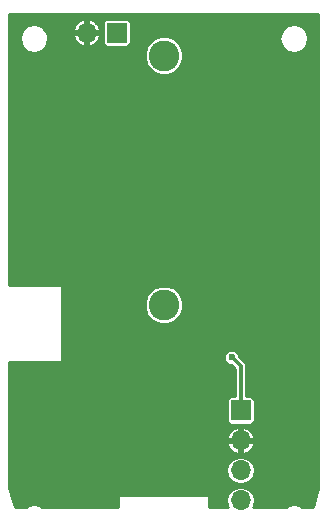
<source format=gbl>
G04 #@! TF.FileFunction,Copper,L2,Bot,Signal*
%FSLAX46Y46*%
G04 Gerber Fmt 4.6, Leading zero omitted, Abs format (unit mm)*
G04 Created by KiCad (PCBNEW 4.0.7) date Wed Nov 28 02:00:18 2018*
%MOMM*%
%LPD*%
G01*
G04 APERTURE LIST*
%ADD10C,0.100000*%
%ADD11C,2.600000*%
%ADD12R,1.700000X1.700000*%
%ADD13O,1.700000X1.700000*%
%ADD14C,0.600000*%
%ADD15C,0.500000*%
%ADD16C,0.300000*%
%ADD17C,0.220000*%
G04 APERTURE END LIST*
D10*
D11*
X111000000Y-81450000D03*
X111000000Y-102550000D03*
D12*
X107000000Y-79500000D03*
D13*
X104460000Y-79500000D03*
D12*
X117500000Y-111500000D03*
D13*
X117500000Y-114040000D03*
X117500000Y-116580000D03*
X117500000Y-119120000D03*
D14*
X105000000Y-105250000D03*
X104250000Y-105250000D03*
X105750000Y-105250000D03*
X100250000Y-116750000D03*
X112500000Y-118250000D03*
X116000000Y-119500000D03*
X105750000Y-119250000D03*
X112500000Y-111250000D03*
X112500000Y-110250000D03*
X114500000Y-108000000D03*
X123000000Y-94000000D03*
X122000000Y-94000000D03*
X121000000Y-94000000D03*
X120000000Y-94000000D03*
X120000000Y-93000000D03*
X121000000Y-93000000D03*
X122000000Y-93000000D03*
X123000000Y-93000000D03*
X123000000Y-92000000D03*
X122000000Y-92000000D03*
X121000000Y-92000000D03*
X120000000Y-92000000D03*
X103000000Y-105000000D03*
X102000000Y-100000000D03*
X119750000Y-104000000D03*
X123250000Y-108500000D03*
X123750000Y-112250000D03*
X123750000Y-116750000D03*
X116750000Y-107000000D03*
D15*
X105750000Y-119250000D02*
X104750000Y-119250000D01*
X122000000Y-94000000D02*
X123000000Y-94000000D01*
X120000000Y-94000000D02*
X121000000Y-94000000D01*
X121000000Y-93000000D02*
X120000000Y-93000000D01*
X123000000Y-93000000D02*
X122000000Y-93000000D01*
X122000000Y-92000000D02*
X123000000Y-92000000D01*
X120000000Y-92000000D02*
X121000000Y-92000000D01*
D16*
X117500000Y-111500000D02*
X117500000Y-107750000D01*
X117500000Y-107750000D02*
X116750000Y-107000000D01*
D17*
G36*
X124095000Y-118041073D02*
X123619643Y-119640000D01*
X122690526Y-119640000D01*
X122461134Y-119486725D01*
X122000000Y-119395000D01*
X121538866Y-119486725D01*
X121309474Y-119640000D01*
X118567570Y-119640000D01*
X118613296Y-119571566D01*
X118703118Y-119120000D01*
X118613296Y-118668434D01*
X118357504Y-118285614D01*
X117974684Y-118029822D01*
X117523118Y-117940000D01*
X117476882Y-117940000D01*
X117025316Y-118029822D01*
X116642496Y-118285614D01*
X116386704Y-118668434D01*
X116296882Y-119120000D01*
X116386704Y-119571566D01*
X116432430Y-119640000D01*
X114860000Y-119640000D01*
X114860000Y-118750000D01*
X114852477Y-118710020D01*
X114828849Y-118673300D01*
X114792796Y-118648666D01*
X114750000Y-118640000D01*
X107250000Y-118640000D01*
X107210020Y-118647523D01*
X107173300Y-118671151D01*
X107148666Y-118707204D01*
X107140000Y-118750000D01*
X107140000Y-119640000D01*
X100690526Y-119640000D01*
X100461134Y-119486725D01*
X100000000Y-119395000D01*
X99538866Y-119486725D01*
X99309474Y-119640000D01*
X98380357Y-119640000D01*
X97905000Y-118041073D01*
X97905000Y-116580000D01*
X116296882Y-116580000D01*
X116386704Y-117031566D01*
X116642496Y-117414386D01*
X117025316Y-117670178D01*
X117476882Y-117760000D01*
X117523118Y-117760000D01*
X117974684Y-117670178D01*
X118357504Y-117414386D01*
X118613296Y-117031566D01*
X118703118Y-116580000D01*
X118613296Y-116128434D01*
X118357504Y-115745614D01*
X117974684Y-115489822D01*
X117523118Y-115400000D01*
X117476882Y-115400000D01*
X117025316Y-115489822D01*
X116642496Y-115745614D01*
X116386704Y-116128434D01*
X116296882Y-116580000D01*
X97905000Y-116580000D01*
X97905000Y-114366921D01*
X116330847Y-114366921D01*
X116442105Y-114635556D01*
X116750542Y-114995061D01*
X117173077Y-115209166D01*
X117360000Y-115154914D01*
X117360000Y-114180000D01*
X117640000Y-114180000D01*
X117640000Y-115154914D01*
X117826923Y-115209166D01*
X118249458Y-114995061D01*
X118557895Y-114635556D01*
X118669153Y-114366921D01*
X118614239Y-114180000D01*
X117640000Y-114180000D01*
X117360000Y-114180000D01*
X116385761Y-114180000D01*
X116330847Y-114366921D01*
X97905000Y-114366921D01*
X97905000Y-113713079D01*
X116330847Y-113713079D01*
X116385761Y-113900000D01*
X117360000Y-113900000D01*
X117360000Y-112925086D01*
X117640000Y-112925086D01*
X117640000Y-113900000D01*
X118614239Y-113900000D01*
X118669153Y-113713079D01*
X118557895Y-113444444D01*
X118249458Y-113084939D01*
X117826923Y-112870834D01*
X117640000Y-112925086D01*
X117360000Y-112925086D01*
X117173077Y-112870834D01*
X116750542Y-113084939D01*
X116442105Y-113444444D01*
X116330847Y-113713079D01*
X97905000Y-113713079D01*
X97905000Y-107360000D01*
X102250000Y-107360000D01*
X102289980Y-107352477D01*
X102326700Y-107328849D01*
X102351334Y-107292796D01*
X102360000Y-107250000D01*
X102360000Y-107124765D01*
X116119891Y-107124765D01*
X116215601Y-107356400D01*
X116392668Y-107533776D01*
X116624136Y-107629890D01*
X116701135Y-107629957D01*
X117020000Y-107948822D01*
X117020000Y-110313535D01*
X116650000Y-110313535D01*
X116527709Y-110336546D01*
X116415393Y-110408819D01*
X116340044Y-110519096D01*
X116313535Y-110650000D01*
X116313535Y-112350000D01*
X116336546Y-112472291D01*
X116408819Y-112584607D01*
X116519096Y-112659956D01*
X116650000Y-112686465D01*
X118350000Y-112686465D01*
X118472291Y-112663454D01*
X118584607Y-112591181D01*
X118659956Y-112480904D01*
X118686465Y-112350000D01*
X118686465Y-110650000D01*
X118663454Y-110527709D01*
X118591181Y-110415393D01*
X118480904Y-110340044D01*
X118350000Y-110313535D01*
X117980000Y-110313535D01*
X117980000Y-107750000D01*
X117943462Y-107566312D01*
X117839411Y-107410589D01*
X117380043Y-106951221D01*
X117380109Y-106875235D01*
X117284399Y-106643600D01*
X117107332Y-106466224D01*
X116875864Y-106370110D01*
X116625235Y-106369891D01*
X116393600Y-106465601D01*
X116216224Y-106642668D01*
X116120110Y-106874136D01*
X116119891Y-107124765D01*
X102360000Y-107124765D01*
X102360000Y-102872805D01*
X109369717Y-102872805D01*
X109617347Y-103472115D01*
X110075473Y-103931041D01*
X110674350Y-104179717D01*
X111322805Y-104180283D01*
X111922115Y-103932653D01*
X112381041Y-103474527D01*
X112629717Y-102875650D01*
X112630283Y-102227195D01*
X112382653Y-101627885D01*
X111924527Y-101168959D01*
X111325650Y-100920283D01*
X110677195Y-100919717D01*
X110077885Y-101167347D01*
X109618959Y-101625473D01*
X109370283Y-102224350D01*
X109369717Y-102872805D01*
X102360000Y-102872805D01*
X102360000Y-101000000D01*
X102352477Y-100960020D01*
X102328849Y-100923300D01*
X102292796Y-100898666D01*
X102250000Y-100890000D01*
X97905000Y-100890000D01*
X97905000Y-81772805D01*
X109369717Y-81772805D01*
X109617347Y-82372115D01*
X110075473Y-82831041D01*
X110674350Y-83079717D01*
X111322805Y-83080283D01*
X111922115Y-82832653D01*
X112381041Y-82374527D01*
X112629717Y-81775650D01*
X112630283Y-81127195D01*
X112382653Y-80527885D01*
X111924527Y-80068959D01*
X111758456Y-80000000D01*
X120795000Y-80000000D01*
X120886725Y-80461134D01*
X121147936Y-80852064D01*
X121538866Y-81113275D01*
X122000000Y-81205000D01*
X122461134Y-81113275D01*
X122852064Y-80852064D01*
X123113275Y-80461134D01*
X123205000Y-80000000D01*
X123113275Y-79538866D01*
X122852064Y-79147936D01*
X122461134Y-78886725D01*
X122000000Y-78795000D01*
X121538866Y-78886725D01*
X121147936Y-79147936D01*
X120886725Y-79538866D01*
X120795000Y-80000000D01*
X111758456Y-80000000D01*
X111325650Y-79820283D01*
X110677195Y-79819717D01*
X110077885Y-80067347D01*
X109618959Y-80525473D01*
X109370283Y-81124350D01*
X109369717Y-81772805D01*
X97905000Y-81772805D01*
X97905000Y-80000000D01*
X98795000Y-80000000D01*
X98886725Y-80461134D01*
X99147936Y-80852064D01*
X99538866Y-81113275D01*
X100000000Y-81205000D01*
X100461134Y-81113275D01*
X100852064Y-80852064D01*
X101113275Y-80461134D01*
X101205000Y-80000000D01*
X101170573Y-79826923D01*
X103290834Y-79826923D01*
X103504939Y-80249458D01*
X103864444Y-80557895D01*
X104133079Y-80669153D01*
X104320000Y-80614239D01*
X104320000Y-79640000D01*
X104600000Y-79640000D01*
X104600000Y-80614239D01*
X104786921Y-80669153D01*
X105055556Y-80557895D01*
X105415061Y-80249458D01*
X105629166Y-79826923D01*
X105574914Y-79640000D01*
X104600000Y-79640000D01*
X104320000Y-79640000D01*
X103345086Y-79640000D01*
X103290834Y-79826923D01*
X101170573Y-79826923D01*
X101113275Y-79538866D01*
X100868863Y-79173077D01*
X103290834Y-79173077D01*
X103345086Y-79360000D01*
X104320000Y-79360000D01*
X104320000Y-78385761D01*
X104600000Y-78385761D01*
X104600000Y-79360000D01*
X105574914Y-79360000D01*
X105629166Y-79173077D01*
X105415061Y-78750542D01*
X105297873Y-78650000D01*
X105813535Y-78650000D01*
X105813535Y-80350000D01*
X105836546Y-80472291D01*
X105908819Y-80584607D01*
X106019096Y-80659956D01*
X106150000Y-80686465D01*
X107850000Y-80686465D01*
X107972291Y-80663454D01*
X108084607Y-80591181D01*
X108159956Y-80480904D01*
X108186465Y-80350000D01*
X108186465Y-78650000D01*
X108163454Y-78527709D01*
X108091181Y-78415393D01*
X107980904Y-78340044D01*
X107850000Y-78313535D01*
X106150000Y-78313535D01*
X106027709Y-78336546D01*
X105915393Y-78408819D01*
X105840044Y-78519096D01*
X105813535Y-78650000D01*
X105297873Y-78650000D01*
X105055556Y-78442105D01*
X104786921Y-78330847D01*
X104600000Y-78385761D01*
X104320000Y-78385761D01*
X104133079Y-78330847D01*
X103864444Y-78442105D01*
X103504939Y-78750542D01*
X103290834Y-79173077D01*
X100868863Y-79173077D01*
X100852064Y-79147936D01*
X100461134Y-78886725D01*
X100000000Y-78795000D01*
X99538866Y-78886725D01*
X99147936Y-79147936D01*
X98886725Y-79538866D01*
X98795000Y-80000000D01*
X97905000Y-80000000D01*
X97905000Y-77905000D01*
X124095000Y-77905000D01*
X124095000Y-118041073D01*
X124095000Y-118041073D01*
G37*
X124095000Y-118041073D02*
X123619643Y-119640000D01*
X122690526Y-119640000D01*
X122461134Y-119486725D01*
X122000000Y-119395000D01*
X121538866Y-119486725D01*
X121309474Y-119640000D01*
X118567570Y-119640000D01*
X118613296Y-119571566D01*
X118703118Y-119120000D01*
X118613296Y-118668434D01*
X118357504Y-118285614D01*
X117974684Y-118029822D01*
X117523118Y-117940000D01*
X117476882Y-117940000D01*
X117025316Y-118029822D01*
X116642496Y-118285614D01*
X116386704Y-118668434D01*
X116296882Y-119120000D01*
X116386704Y-119571566D01*
X116432430Y-119640000D01*
X114860000Y-119640000D01*
X114860000Y-118750000D01*
X114852477Y-118710020D01*
X114828849Y-118673300D01*
X114792796Y-118648666D01*
X114750000Y-118640000D01*
X107250000Y-118640000D01*
X107210020Y-118647523D01*
X107173300Y-118671151D01*
X107148666Y-118707204D01*
X107140000Y-118750000D01*
X107140000Y-119640000D01*
X100690526Y-119640000D01*
X100461134Y-119486725D01*
X100000000Y-119395000D01*
X99538866Y-119486725D01*
X99309474Y-119640000D01*
X98380357Y-119640000D01*
X97905000Y-118041073D01*
X97905000Y-116580000D01*
X116296882Y-116580000D01*
X116386704Y-117031566D01*
X116642496Y-117414386D01*
X117025316Y-117670178D01*
X117476882Y-117760000D01*
X117523118Y-117760000D01*
X117974684Y-117670178D01*
X118357504Y-117414386D01*
X118613296Y-117031566D01*
X118703118Y-116580000D01*
X118613296Y-116128434D01*
X118357504Y-115745614D01*
X117974684Y-115489822D01*
X117523118Y-115400000D01*
X117476882Y-115400000D01*
X117025316Y-115489822D01*
X116642496Y-115745614D01*
X116386704Y-116128434D01*
X116296882Y-116580000D01*
X97905000Y-116580000D01*
X97905000Y-114366921D01*
X116330847Y-114366921D01*
X116442105Y-114635556D01*
X116750542Y-114995061D01*
X117173077Y-115209166D01*
X117360000Y-115154914D01*
X117360000Y-114180000D01*
X117640000Y-114180000D01*
X117640000Y-115154914D01*
X117826923Y-115209166D01*
X118249458Y-114995061D01*
X118557895Y-114635556D01*
X118669153Y-114366921D01*
X118614239Y-114180000D01*
X117640000Y-114180000D01*
X117360000Y-114180000D01*
X116385761Y-114180000D01*
X116330847Y-114366921D01*
X97905000Y-114366921D01*
X97905000Y-113713079D01*
X116330847Y-113713079D01*
X116385761Y-113900000D01*
X117360000Y-113900000D01*
X117360000Y-112925086D01*
X117640000Y-112925086D01*
X117640000Y-113900000D01*
X118614239Y-113900000D01*
X118669153Y-113713079D01*
X118557895Y-113444444D01*
X118249458Y-113084939D01*
X117826923Y-112870834D01*
X117640000Y-112925086D01*
X117360000Y-112925086D01*
X117173077Y-112870834D01*
X116750542Y-113084939D01*
X116442105Y-113444444D01*
X116330847Y-113713079D01*
X97905000Y-113713079D01*
X97905000Y-107360000D01*
X102250000Y-107360000D01*
X102289980Y-107352477D01*
X102326700Y-107328849D01*
X102351334Y-107292796D01*
X102360000Y-107250000D01*
X102360000Y-107124765D01*
X116119891Y-107124765D01*
X116215601Y-107356400D01*
X116392668Y-107533776D01*
X116624136Y-107629890D01*
X116701135Y-107629957D01*
X117020000Y-107948822D01*
X117020000Y-110313535D01*
X116650000Y-110313535D01*
X116527709Y-110336546D01*
X116415393Y-110408819D01*
X116340044Y-110519096D01*
X116313535Y-110650000D01*
X116313535Y-112350000D01*
X116336546Y-112472291D01*
X116408819Y-112584607D01*
X116519096Y-112659956D01*
X116650000Y-112686465D01*
X118350000Y-112686465D01*
X118472291Y-112663454D01*
X118584607Y-112591181D01*
X118659956Y-112480904D01*
X118686465Y-112350000D01*
X118686465Y-110650000D01*
X118663454Y-110527709D01*
X118591181Y-110415393D01*
X118480904Y-110340044D01*
X118350000Y-110313535D01*
X117980000Y-110313535D01*
X117980000Y-107750000D01*
X117943462Y-107566312D01*
X117839411Y-107410589D01*
X117380043Y-106951221D01*
X117380109Y-106875235D01*
X117284399Y-106643600D01*
X117107332Y-106466224D01*
X116875864Y-106370110D01*
X116625235Y-106369891D01*
X116393600Y-106465601D01*
X116216224Y-106642668D01*
X116120110Y-106874136D01*
X116119891Y-107124765D01*
X102360000Y-107124765D01*
X102360000Y-102872805D01*
X109369717Y-102872805D01*
X109617347Y-103472115D01*
X110075473Y-103931041D01*
X110674350Y-104179717D01*
X111322805Y-104180283D01*
X111922115Y-103932653D01*
X112381041Y-103474527D01*
X112629717Y-102875650D01*
X112630283Y-102227195D01*
X112382653Y-101627885D01*
X111924527Y-101168959D01*
X111325650Y-100920283D01*
X110677195Y-100919717D01*
X110077885Y-101167347D01*
X109618959Y-101625473D01*
X109370283Y-102224350D01*
X109369717Y-102872805D01*
X102360000Y-102872805D01*
X102360000Y-101000000D01*
X102352477Y-100960020D01*
X102328849Y-100923300D01*
X102292796Y-100898666D01*
X102250000Y-100890000D01*
X97905000Y-100890000D01*
X97905000Y-81772805D01*
X109369717Y-81772805D01*
X109617347Y-82372115D01*
X110075473Y-82831041D01*
X110674350Y-83079717D01*
X111322805Y-83080283D01*
X111922115Y-82832653D01*
X112381041Y-82374527D01*
X112629717Y-81775650D01*
X112630283Y-81127195D01*
X112382653Y-80527885D01*
X111924527Y-80068959D01*
X111758456Y-80000000D01*
X120795000Y-80000000D01*
X120886725Y-80461134D01*
X121147936Y-80852064D01*
X121538866Y-81113275D01*
X122000000Y-81205000D01*
X122461134Y-81113275D01*
X122852064Y-80852064D01*
X123113275Y-80461134D01*
X123205000Y-80000000D01*
X123113275Y-79538866D01*
X122852064Y-79147936D01*
X122461134Y-78886725D01*
X122000000Y-78795000D01*
X121538866Y-78886725D01*
X121147936Y-79147936D01*
X120886725Y-79538866D01*
X120795000Y-80000000D01*
X111758456Y-80000000D01*
X111325650Y-79820283D01*
X110677195Y-79819717D01*
X110077885Y-80067347D01*
X109618959Y-80525473D01*
X109370283Y-81124350D01*
X109369717Y-81772805D01*
X97905000Y-81772805D01*
X97905000Y-80000000D01*
X98795000Y-80000000D01*
X98886725Y-80461134D01*
X99147936Y-80852064D01*
X99538866Y-81113275D01*
X100000000Y-81205000D01*
X100461134Y-81113275D01*
X100852064Y-80852064D01*
X101113275Y-80461134D01*
X101205000Y-80000000D01*
X101170573Y-79826923D01*
X103290834Y-79826923D01*
X103504939Y-80249458D01*
X103864444Y-80557895D01*
X104133079Y-80669153D01*
X104320000Y-80614239D01*
X104320000Y-79640000D01*
X104600000Y-79640000D01*
X104600000Y-80614239D01*
X104786921Y-80669153D01*
X105055556Y-80557895D01*
X105415061Y-80249458D01*
X105629166Y-79826923D01*
X105574914Y-79640000D01*
X104600000Y-79640000D01*
X104320000Y-79640000D01*
X103345086Y-79640000D01*
X103290834Y-79826923D01*
X101170573Y-79826923D01*
X101113275Y-79538866D01*
X100868863Y-79173077D01*
X103290834Y-79173077D01*
X103345086Y-79360000D01*
X104320000Y-79360000D01*
X104320000Y-78385761D01*
X104600000Y-78385761D01*
X104600000Y-79360000D01*
X105574914Y-79360000D01*
X105629166Y-79173077D01*
X105415061Y-78750542D01*
X105297873Y-78650000D01*
X105813535Y-78650000D01*
X105813535Y-80350000D01*
X105836546Y-80472291D01*
X105908819Y-80584607D01*
X106019096Y-80659956D01*
X106150000Y-80686465D01*
X107850000Y-80686465D01*
X107972291Y-80663454D01*
X108084607Y-80591181D01*
X108159956Y-80480904D01*
X108186465Y-80350000D01*
X108186465Y-78650000D01*
X108163454Y-78527709D01*
X108091181Y-78415393D01*
X107980904Y-78340044D01*
X107850000Y-78313535D01*
X106150000Y-78313535D01*
X106027709Y-78336546D01*
X105915393Y-78408819D01*
X105840044Y-78519096D01*
X105813535Y-78650000D01*
X105297873Y-78650000D01*
X105055556Y-78442105D01*
X104786921Y-78330847D01*
X104600000Y-78385761D01*
X104320000Y-78385761D01*
X104133079Y-78330847D01*
X103864444Y-78442105D01*
X103504939Y-78750542D01*
X103290834Y-79173077D01*
X100868863Y-79173077D01*
X100852064Y-79147936D01*
X100461134Y-78886725D01*
X100000000Y-78795000D01*
X99538866Y-78886725D01*
X99147936Y-79147936D01*
X98886725Y-79538866D01*
X98795000Y-80000000D01*
X97905000Y-80000000D01*
X97905000Y-77905000D01*
X124095000Y-77905000D01*
X124095000Y-118041073D01*
M02*

</source>
